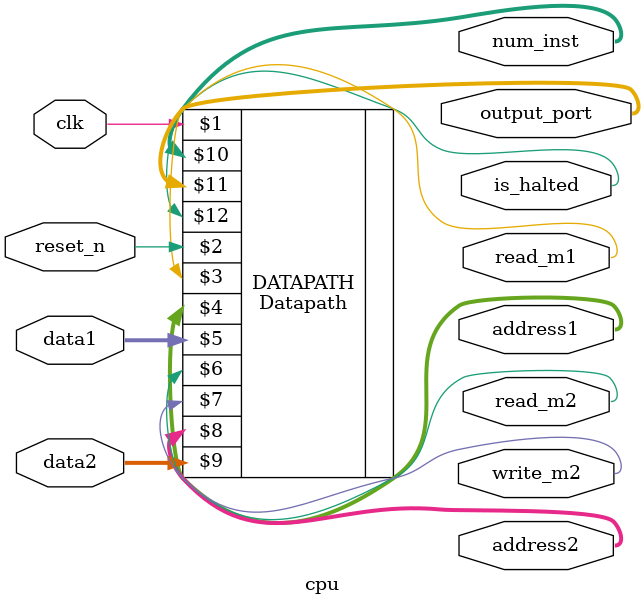
<source format=v>
`timescale 1ns/1ns
`define WORD_SIZE 16    // data and address word size

`include "datapath.v"

module cpu(clk, reset_n, read_m1, address1, data1, read_m2, write_m2, address2, data2, num_inst, output_port, is_halted);
	input clk;
	input reset_n;

	output read_m1;
	output [`WORD_SIZE-1:0] address1;
	output read_m2;
	output write_m2;
	output [`WORD_SIZE-1:0] address2;

	input [`WORD_SIZE-1:0] data1;
	inout [`WORD_SIZE-1:0] data2;

	output [`WORD_SIZE-1:0] num_inst;
	output [`WORD_SIZE-1:0] output_port;
	output is_halted;

	Datapath DATAPATH(clk, reset_n, read_m1, address1, data1, read_m2, write_m2, address2, data2, num_inst, output_port, is_halted);


endmodule



</source>
